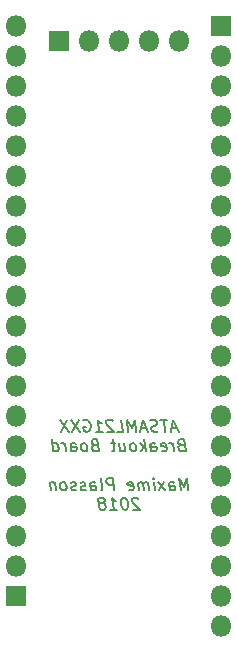
<source format=gbs>
G04 #@! TF.GenerationSoftware,KiCad,Pcbnew,(5.0.0)*
G04 #@! TF.CreationDate,2018-08-22T23:15:02+02:00*
G04 #@! TF.ProjectId,SAML_BreakoutBoard,53414D4C5F427265616B6F7574426F61,rev?*
G04 #@! TF.SameCoordinates,Original*
G04 #@! TF.FileFunction,Soldermask,Bot*
G04 #@! TF.FilePolarity,Negative*
%FSLAX46Y46*%
G04 Gerber Fmt 4.6, Leading zero omitted, Abs format (unit mm)*
G04 Created by KiCad (PCBNEW (5.0.0)) date 08/22/18 23:15:02*
%MOMM*%
%LPD*%
G01*
G04 APERTURE LIST*
%ADD10C,0.150000*%
%ADD11O,1.801600X1.801600*%
%ADD12R,1.801600X1.801600*%
G04 APERTURE END LIST*
D10*
X127905032Y-120437666D02*
X127428842Y-120437666D01*
X128035985Y-120723380D02*
X127577651Y-119723380D01*
X127369318Y-120723380D01*
X127053842Y-119723380D02*
X126482413Y-119723380D01*
X126893127Y-120723380D02*
X126768127Y-119723380D01*
X126315747Y-120675761D02*
X126178842Y-120723380D01*
X125940747Y-120723380D01*
X125839556Y-120675761D01*
X125785985Y-120628142D01*
X125726461Y-120532904D01*
X125714556Y-120437666D01*
X125750270Y-120342428D01*
X125791937Y-120294809D01*
X125881223Y-120247190D01*
X126065747Y-120199571D01*
X126155032Y-120151952D01*
X126196699Y-120104333D01*
X126232413Y-120009095D01*
X126220508Y-119913857D01*
X126160985Y-119818619D01*
X126107413Y-119771000D01*
X126006223Y-119723380D01*
X125768127Y-119723380D01*
X125631223Y-119771000D01*
X125333604Y-120437666D02*
X124857413Y-120437666D01*
X125464556Y-120723380D02*
X125006223Y-119723380D01*
X124797889Y-120723380D01*
X124464556Y-120723380D02*
X124339556Y-119723380D01*
X124095508Y-120437666D01*
X123672889Y-119723380D01*
X123797889Y-120723380D01*
X122845508Y-120723380D02*
X123321699Y-120723380D01*
X123196699Y-119723380D01*
X122446699Y-119818619D02*
X122393127Y-119771000D01*
X122291937Y-119723380D01*
X122053842Y-119723380D01*
X121964556Y-119771000D01*
X121922889Y-119818619D01*
X121887175Y-119913857D01*
X121899080Y-120009095D01*
X121964556Y-120151952D01*
X122607413Y-120723380D01*
X121988366Y-120723380D01*
X121035985Y-120723380D02*
X121607413Y-120723380D01*
X121321699Y-120723380D02*
X121196699Y-119723380D01*
X121309794Y-119866238D01*
X121416937Y-119961476D01*
X121518127Y-120009095D01*
X119964556Y-119771000D02*
X120053842Y-119723380D01*
X120196699Y-119723380D01*
X120345508Y-119771000D01*
X120452651Y-119866238D01*
X120512175Y-119961476D01*
X120583604Y-120151952D01*
X120601461Y-120294809D01*
X120577651Y-120485285D01*
X120541937Y-120580523D01*
X120458604Y-120675761D01*
X120321699Y-120723380D01*
X120226461Y-120723380D01*
X120077651Y-120675761D01*
X120024080Y-120628142D01*
X119982413Y-120294809D01*
X120172889Y-120294809D01*
X119577651Y-119723380D02*
X119035985Y-120723380D01*
X118910985Y-119723380D02*
X119702651Y-120723380D01*
X118625270Y-119723380D02*
X118083604Y-120723380D01*
X117958604Y-119723380D02*
X118750270Y-120723380D01*
X128232413Y-121849571D02*
X128095508Y-121897190D01*
X128053842Y-121944809D01*
X128018127Y-122040047D01*
X128035985Y-122182904D01*
X128095508Y-122278142D01*
X128149080Y-122325761D01*
X128250270Y-122373380D01*
X128631223Y-122373380D01*
X128506223Y-121373380D01*
X128172889Y-121373380D01*
X128083604Y-121421000D01*
X128041937Y-121468619D01*
X128006223Y-121563857D01*
X128018127Y-121659095D01*
X128077651Y-121754333D01*
X128131223Y-121801952D01*
X128232413Y-121849571D01*
X128565747Y-121849571D01*
X127631223Y-122373380D02*
X127547889Y-121706714D01*
X127571699Y-121897190D02*
X127512175Y-121801952D01*
X127458604Y-121754333D01*
X127357413Y-121706714D01*
X127262175Y-121706714D01*
X126625270Y-122325761D02*
X126726461Y-122373380D01*
X126916937Y-122373380D01*
X127006223Y-122325761D01*
X127041937Y-122230523D01*
X126994318Y-121849571D01*
X126934794Y-121754333D01*
X126833604Y-121706714D01*
X126643127Y-121706714D01*
X126553842Y-121754333D01*
X126518127Y-121849571D01*
X126530032Y-121944809D01*
X127018127Y-122040047D01*
X125726461Y-122373380D02*
X125660985Y-121849571D01*
X125696699Y-121754333D01*
X125785985Y-121706714D01*
X125976461Y-121706714D01*
X126077651Y-121754333D01*
X125720508Y-122325761D02*
X125821699Y-122373380D01*
X126059794Y-122373380D01*
X126149080Y-122325761D01*
X126184794Y-122230523D01*
X126172889Y-122135285D01*
X126113366Y-122040047D01*
X126012175Y-121992428D01*
X125774080Y-121992428D01*
X125672889Y-121944809D01*
X125250270Y-122373380D02*
X125125270Y-121373380D01*
X125107413Y-121992428D02*
X124869318Y-122373380D01*
X124785985Y-121706714D02*
X125214556Y-122087666D01*
X124297889Y-122373380D02*
X124387175Y-122325761D01*
X124428842Y-122278142D01*
X124464556Y-122182904D01*
X124428842Y-121897190D01*
X124369318Y-121801952D01*
X124315747Y-121754333D01*
X124214556Y-121706714D01*
X124071699Y-121706714D01*
X123982413Y-121754333D01*
X123940747Y-121801952D01*
X123905032Y-121897190D01*
X123940747Y-122182904D01*
X124000270Y-122278142D01*
X124053842Y-122325761D01*
X124155032Y-122373380D01*
X124297889Y-122373380D01*
X123024080Y-121706714D02*
X123107413Y-122373380D01*
X123452651Y-121706714D02*
X123518127Y-122230523D01*
X123482413Y-122325761D01*
X123393127Y-122373380D01*
X123250270Y-122373380D01*
X123149080Y-122325761D01*
X123095508Y-122278142D01*
X122690747Y-121706714D02*
X122309794Y-121706714D01*
X122506223Y-121373380D02*
X122613366Y-122230523D01*
X122577651Y-122325761D01*
X122488366Y-122373380D01*
X122393127Y-122373380D01*
X120899080Y-121849571D02*
X120762175Y-121897190D01*
X120720508Y-121944809D01*
X120684794Y-122040047D01*
X120702651Y-122182904D01*
X120762175Y-122278142D01*
X120815747Y-122325761D01*
X120916937Y-122373380D01*
X121297889Y-122373380D01*
X121172889Y-121373380D01*
X120839556Y-121373380D01*
X120750270Y-121421000D01*
X120708604Y-121468619D01*
X120672889Y-121563857D01*
X120684794Y-121659095D01*
X120744318Y-121754333D01*
X120797889Y-121801952D01*
X120899080Y-121849571D01*
X121232413Y-121849571D01*
X120155032Y-122373380D02*
X120244318Y-122325761D01*
X120285985Y-122278142D01*
X120321699Y-122182904D01*
X120285985Y-121897190D01*
X120226461Y-121801952D01*
X120172889Y-121754333D01*
X120071699Y-121706714D01*
X119928842Y-121706714D01*
X119839556Y-121754333D01*
X119797889Y-121801952D01*
X119762175Y-121897190D01*
X119797889Y-122182904D01*
X119857413Y-122278142D01*
X119910985Y-122325761D01*
X120012175Y-122373380D01*
X120155032Y-122373380D01*
X118964556Y-122373380D02*
X118899080Y-121849571D01*
X118934794Y-121754333D01*
X119024080Y-121706714D01*
X119214556Y-121706714D01*
X119315747Y-121754333D01*
X118958604Y-122325761D02*
X119059794Y-122373380D01*
X119297889Y-122373380D01*
X119387175Y-122325761D01*
X119422889Y-122230523D01*
X119410985Y-122135285D01*
X119351461Y-122040047D01*
X119250270Y-121992428D01*
X119012175Y-121992428D01*
X118910985Y-121944809D01*
X118488366Y-122373380D02*
X118405032Y-121706714D01*
X118428842Y-121897190D02*
X118369318Y-121801952D01*
X118315747Y-121754333D01*
X118214556Y-121706714D01*
X118119318Y-121706714D01*
X117440747Y-122373380D02*
X117315747Y-121373380D01*
X117434794Y-122325761D02*
X117535985Y-122373380D01*
X117726461Y-122373380D01*
X117815747Y-122325761D01*
X117857413Y-122278142D01*
X117893127Y-122182904D01*
X117857413Y-121897190D01*
X117797889Y-121801952D01*
X117744318Y-121754333D01*
X117643127Y-121706714D01*
X117452651Y-121706714D01*
X117363366Y-121754333D01*
X128869318Y-125673380D02*
X128744318Y-124673380D01*
X128500270Y-125387666D01*
X128077651Y-124673380D01*
X128202651Y-125673380D01*
X127297889Y-125673380D02*
X127232413Y-125149571D01*
X127268127Y-125054333D01*
X127357413Y-125006714D01*
X127547889Y-125006714D01*
X127649080Y-125054333D01*
X127291937Y-125625761D02*
X127393127Y-125673380D01*
X127631223Y-125673380D01*
X127720508Y-125625761D01*
X127756223Y-125530523D01*
X127744318Y-125435285D01*
X127684794Y-125340047D01*
X127583604Y-125292428D01*
X127345508Y-125292428D01*
X127244318Y-125244809D01*
X126916937Y-125673380D02*
X126309794Y-125006714D01*
X126833604Y-125006714D02*
X126393127Y-125673380D01*
X126012175Y-125673380D02*
X125928842Y-125006714D01*
X125887175Y-124673380D02*
X125940747Y-124721000D01*
X125899080Y-124768619D01*
X125845508Y-124721000D01*
X125887175Y-124673380D01*
X125899080Y-124768619D01*
X125535985Y-125673380D02*
X125452651Y-125006714D01*
X125464556Y-125101952D02*
X125410985Y-125054333D01*
X125309794Y-125006714D01*
X125166937Y-125006714D01*
X125077651Y-125054333D01*
X125041937Y-125149571D01*
X125107413Y-125673380D01*
X125041937Y-125149571D02*
X124982413Y-125054333D01*
X124881223Y-125006714D01*
X124738366Y-125006714D01*
X124649080Y-125054333D01*
X124613366Y-125149571D01*
X124678842Y-125673380D01*
X123815747Y-125625761D02*
X123916937Y-125673380D01*
X124107413Y-125673380D01*
X124196699Y-125625761D01*
X124232413Y-125530523D01*
X124184794Y-125149571D01*
X124125270Y-125054333D01*
X124024080Y-125006714D01*
X123833604Y-125006714D01*
X123744318Y-125054333D01*
X123708604Y-125149571D01*
X123720508Y-125244809D01*
X124208604Y-125340047D01*
X122583604Y-125673380D02*
X122458604Y-124673380D01*
X122077651Y-124673380D01*
X121988366Y-124721000D01*
X121946699Y-124768619D01*
X121910985Y-124863857D01*
X121928842Y-125006714D01*
X121988366Y-125101952D01*
X122041937Y-125149571D01*
X122143127Y-125197190D01*
X122524080Y-125197190D01*
X121440747Y-125673380D02*
X121530032Y-125625761D01*
X121565747Y-125530523D01*
X121458604Y-124673380D01*
X120631223Y-125673380D02*
X120565747Y-125149571D01*
X120601461Y-125054333D01*
X120690747Y-125006714D01*
X120881223Y-125006714D01*
X120982413Y-125054333D01*
X120625270Y-125625761D02*
X120726461Y-125673380D01*
X120964556Y-125673380D01*
X121053842Y-125625761D01*
X121089556Y-125530523D01*
X121077651Y-125435285D01*
X121018127Y-125340047D01*
X120916937Y-125292428D01*
X120678842Y-125292428D01*
X120577651Y-125244809D01*
X120196699Y-125625761D02*
X120107413Y-125673380D01*
X119916937Y-125673380D01*
X119815747Y-125625761D01*
X119756223Y-125530523D01*
X119750270Y-125482904D01*
X119785985Y-125387666D01*
X119875270Y-125340047D01*
X120018127Y-125340047D01*
X120107413Y-125292428D01*
X120143127Y-125197190D01*
X120137175Y-125149571D01*
X120077651Y-125054333D01*
X119976461Y-125006714D01*
X119833604Y-125006714D01*
X119744318Y-125054333D01*
X119387175Y-125625761D02*
X119297889Y-125673380D01*
X119107413Y-125673380D01*
X119006223Y-125625761D01*
X118946699Y-125530523D01*
X118940747Y-125482904D01*
X118976461Y-125387666D01*
X119065747Y-125340047D01*
X119208604Y-125340047D01*
X119297889Y-125292428D01*
X119333604Y-125197190D01*
X119327651Y-125149571D01*
X119268127Y-125054333D01*
X119166937Y-125006714D01*
X119024080Y-125006714D01*
X118934794Y-125054333D01*
X118393127Y-125673380D02*
X118482413Y-125625761D01*
X118524080Y-125578142D01*
X118559794Y-125482904D01*
X118524080Y-125197190D01*
X118464556Y-125101952D01*
X118410985Y-125054333D01*
X118309794Y-125006714D01*
X118166937Y-125006714D01*
X118077651Y-125054333D01*
X118035985Y-125101952D01*
X118000270Y-125197190D01*
X118035985Y-125482904D01*
X118095508Y-125578142D01*
X118149080Y-125625761D01*
X118250270Y-125673380D01*
X118393127Y-125673380D01*
X117547889Y-125006714D02*
X117631223Y-125673380D01*
X117559794Y-125101952D02*
X117506223Y-125054333D01*
X117405032Y-125006714D01*
X117262175Y-125006714D01*
X117172889Y-125054333D01*
X117137175Y-125149571D01*
X117202651Y-125673380D01*
X124637175Y-126418619D02*
X124583604Y-126371000D01*
X124482413Y-126323380D01*
X124244318Y-126323380D01*
X124155032Y-126371000D01*
X124113366Y-126418619D01*
X124077651Y-126513857D01*
X124089556Y-126609095D01*
X124155032Y-126751952D01*
X124797889Y-127323380D01*
X124178842Y-127323380D01*
X123434794Y-126323380D02*
X123339556Y-126323380D01*
X123250270Y-126371000D01*
X123208604Y-126418619D01*
X123172889Y-126513857D01*
X123149080Y-126704333D01*
X123178842Y-126942428D01*
X123250270Y-127132904D01*
X123309794Y-127228142D01*
X123363366Y-127275761D01*
X123464556Y-127323380D01*
X123559794Y-127323380D01*
X123649080Y-127275761D01*
X123690747Y-127228142D01*
X123726461Y-127132904D01*
X123750270Y-126942428D01*
X123720508Y-126704333D01*
X123649080Y-126513857D01*
X123589556Y-126418619D01*
X123535985Y-126371000D01*
X123434794Y-126323380D01*
X122274080Y-127323380D02*
X122845508Y-127323380D01*
X122559794Y-127323380D02*
X122434794Y-126323380D01*
X122547889Y-126466238D01*
X122655032Y-126561476D01*
X122756223Y-126609095D01*
X121631223Y-126751952D02*
X121720508Y-126704333D01*
X121762175Y-126656714D01*
X121797889Y-126561476D01*
X121791937Y-126513857D01*
X121732413Y-126418619D01*
X121678842Y-126371000D01*
X121577651Y-126323380D01*
X121387175Y-126323380D01*
X121297889Y-126371000D01*
X121256223Y-126418619D01*
X121220508Y-126513857D01*
X121226461Y-126561476D01*
X121285985Y-126656714D01*
X121339556Y-126704333D01*
X121440747Y-126751952D01*
X121631223Y-126751952D01*
X121732413Y-126799571D01*
X121785985Y-126847190D01*
X121845508Y-126942428D01*
X121869318Y-127132904D01*
X121833604Y-127228142D01*
X121791937Y-127275761D01*
X121702651Y-127323380D01*
X121512175Y-127323380D01*
X121410985Y-127275761D01*
X121357413Y-127228142D01*
X121297889Y-127132904D01*
X121274080Y-126942428D01*
X121309794Y-126847190D01*
X121351461Y-126799571D01*
X121440747Y-126751952D01*
D11*
G04 #@! TO.C,J1*
X131640000Y-137160000D03*
X131640000Y-134620000D03*
X131640000Y-132080000D03*
X131640000Y-129540000D03*
X131640000Y-127000000D03*
X131640000Y-124460000D03*
X131640000Y-121920000D03*
X131640000Y-119380000D03*
X131640000Y-116840000D03*
X131640000Y-114300000D03*
X131640000Y-111760000D03*
X131640000Y-109220000D03*
X131640000Y-106680000D03*
X131640000Y-104140000D03*
X131640000Y-101600000D03*
X131640000Y-99060000D03*
X131640000Y-96520000D03*
X131640000Y-93980000D03*
X131640000Y-91440000D03*
X131640000Y-88900000D03*
D12*
X131640000Y-86360000D03*
G04 #@! TD*
D11*
G04 #@! TO.C,J2*
X114300000Y-86360000D03*
X114300000Y-88900000D03*
X114300000Y-91440000D03*
X114300000Y-93980000D03*
X114300000Y-96520000D03*
X114300000Y-99060000D03*
X114300000Y-101600000D03*
X114300000Y-104140000D03*
X114300000Y-106680000D03*
X114300000Y-109220000D03*
X114300000Y-111760000D03*
X114300000Y-114300000D03*
X114300000Y-116840000D03*
X114300000Y-119380000D03*
X114300000Y-121920000D03*
X114300000Y-124460000D03*
X114300000Y-127000000D03*
X114300000Y-129540000D03*
X114300000Y-132080000D03*
D12*
X114300000Y-134620000D03*
G04 #@! TD*
D11*
G04 #@! TO.C,J3*
X128117600Y-87680800D03*
X125577600Y-87680800D03*
X123037600Y-87680800D03*
X120497600Y-87680800D03*
D12*
X117957600Y-87680800D03*
G04 #@! TD*
M02*

</source>
